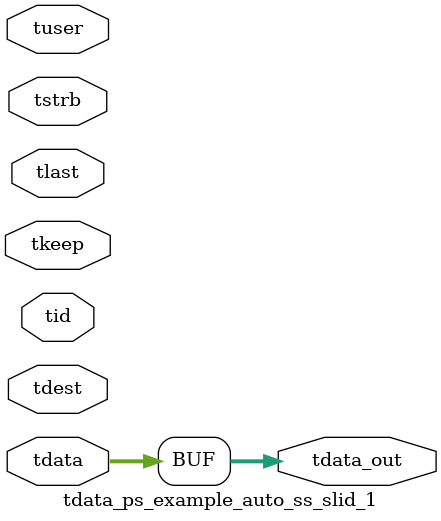
<source format=v>


`timescale 1ps/1ps

module tdata_ps_example_auto_ss_slid_1 #
(
parameter C_S_AXIS_TDATA_WIDTH = 32,
parameter C_S_AXIS_TUSER_WIDTH = 0,
parameter C_S_AXIS_TID_WIDTH   = 0,
parameter C_S_AXIS_TDEST_WIDTH = 0,
parameter C_M_AXIS_TDATA_WIDTH = 32
)
(
input  [(C_S_AXIS_TDATA_WIDTH == 0 ? 1 : C_S_AXIS_TDATA_WIDTH)-1:0     ] tdata,
input  [(C_S_AXIS_TUSER_WIDTH == 0 ? 1 : C_S_AXIS_TUSER_WIDTH)-1:0     ] tuser,
input  [(C_S_AXIS_TID_WIDTH   == 0 ? 1 : C_S_AXIS_TID_WIDTH)-1:0       ] tid,
input  [(C_S_AXIS_TDEST_WIDTH == 0 ? 1 : C_S_AXIS_TDEST_WIDTH)-1:0     ] tdest,
input  [(C_S_AXIS_TDATA_WIDTH/8)-1:0 ] tkeep,
input  [(C_S_AXIS_TDATA_WIDTH/8)-1:0 ] tstrb,
input                                                                    tlast,
output [C_M_AXIS_TDATA_WIDTH-1:0] tdata_out
);

assign tdata_out = {tdata[31:0]};

endmodule


</source>
